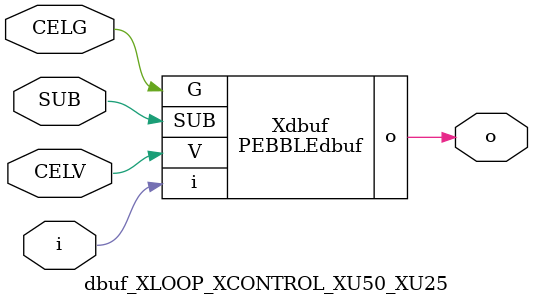
<source format=v>



module PEBBLEdbuf ( o, G, SUB, V, i );

  input V;
  input i;
  input G;
  output o;
  input SUB;
endmodule

//Celera Confidential Do Not Copy dbuf_XLOOP_XCONTROL_XU50_XU25
//Celera Confidential Symbol Generator
//Digital Buffer
module dbuf_XLOOP_XCONTROL_XU50_XU25 (CELV,CELG,i,o,SUB);
input CELV;
input CELG;
input i;
input SUB;
output o;

//Celera Confidential Do Not Copy dbuf
PEBBLEdbuf Xdbuf(
.V (CELV),
.i (i),
.o (o),
.SUB (SUB),
.G (CELG)
);
//,diesize,PEBBLEdbuf

//Celera Confidential Do Not Copy Module End
//Celera Schematic Generator
endmodule

</source>
